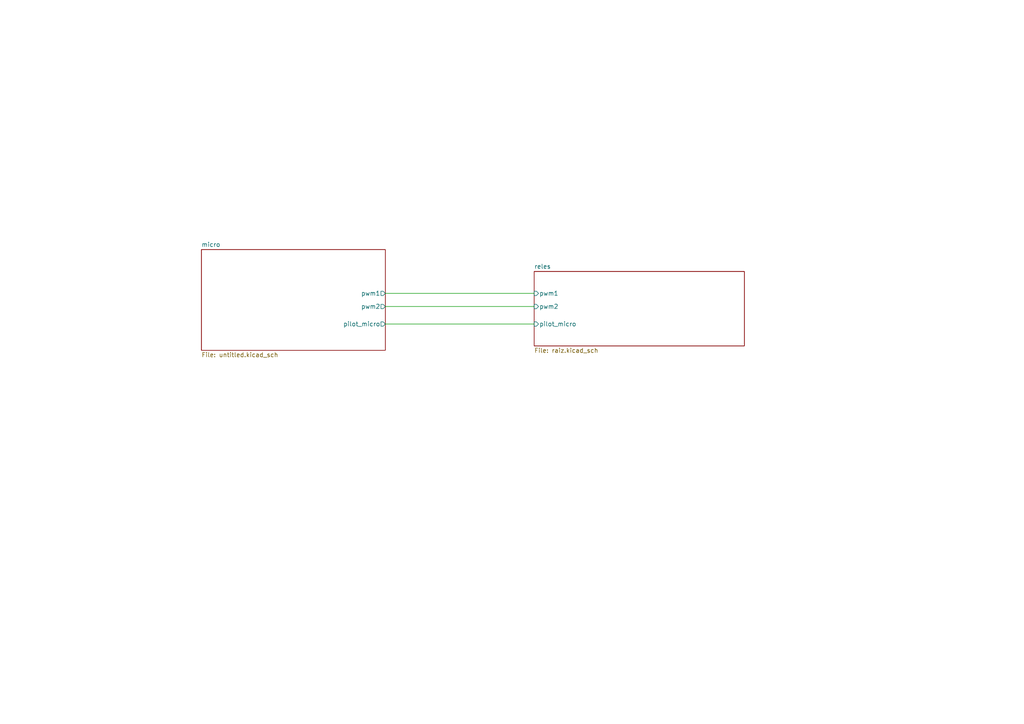
<source format=kicad_sch>
(kicad_sch (version 20230121) (generator eeschema)
  (paper "A4")
  (lib_symbols)
  (wire (pts (xy 111.76 85.09) (xy 154.94 85.09)))
  (wire (pts (xy 111.76 88.9) (xy 154.94 88.9)))
  (wire (pts (xy 111.76 93.98) (xy 154.94 93.98)))
  (sheet (at 58.42 72.39) (size 53.34 29.21) (stroke (width 0.1524))
    (property "Sheetname" "micro" (at 58.42 71.6784 0) (effects (justify left bottom)))
    (property "Sheetfile" "untitled.kicad_sch" (at 58.42 102.1846 0) (effects (justify left top)))
    (pin "pwm2" output (at 111.76 88.9 0))
    (pin "pwm1" output (at 111.76 85.09 0))
    (pin "pilot_micro" output (at 111.76 93.98 0))
  )
  (sheet (at 154.94 78.74) (size 60.96 21.59) (stroke (width 0.1524))
    (property "Sheetname" "reles" (at 154.94 78.0284 0) (effects (justify left bottom)))
    (property "Sheetfile" "raiz.kicad_sch" (at 154.94 100.9146 0) (effects (justify left top)))
    (pin "pwm2" input (at 154.94 88.9 180))
    (pin "pwm1" input (at 154.94 85.09 180))
    (pin "pilot_micro" input (at 154.94 93.98 180))
  )
)
</source>
